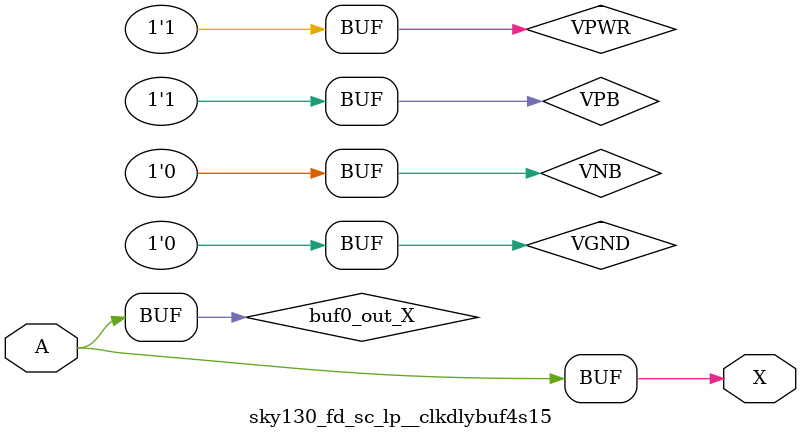
<source format=v>
/*
 * Copyright 2020 The SkyWater PDK Authors
 *
 * Licensed under the Apache License, Version 2.0 (the "License");
 * you may not use this file except in compliance with the License.
 * You may obtain a copy of the License at
 *
 *     https://www.apache.org/licenses/LICENSE-2.0
 *
 * Unless required by applicable law or agreed to in writing, software
 * distributed under the License is distributed on an "AS IS" BASIS,
 * WITHOUT WARRANTIES OR CONDITIONS OF ANY KIND, either express or implied.
 * See the License for the specific language governing permissions and
 * limitations under the License.
 *
 * SPDX-License-Identifier: Apache-2.0
*/


`ifndef SKY130_FD_SC_LP__CLKDLYBUF4S15_TIMING_V
`define SKY130_FD_SC_LP__CLKDLYBUF4S15_TIMING_V

/**
 * clkdlybuf4s15: Clock Delay Buffer 4-stage 0.15um length inner stage
 *                gates.
 *
 * Verilog simulation timing model.
 */

`timescale 1ns / 1ps
`default_nettype none

`celldefine
module sky130_fd_sc_lp__clkdlybuf4s15 (
    X,
    A
);

    // Module ports
    output X;
    input  A;

    // Module supplies
    supply1 VPWR;
    supply0 VGND;
    supply1 VPB ;
    supply0 VNB ;

    // Local signals
    wire buf0_out_X;

    //  Name  Output      Other arguments
    buf buf0 (buf0_out_X, A              );
    buf buf1 (X         , buf0_out_X     );

endmodule
`endcelldefine

`default_nettype wire
`endif  // SKY130_FD_SC_LP__CLKDLYBUF4S15_TIMING_V

</source>
